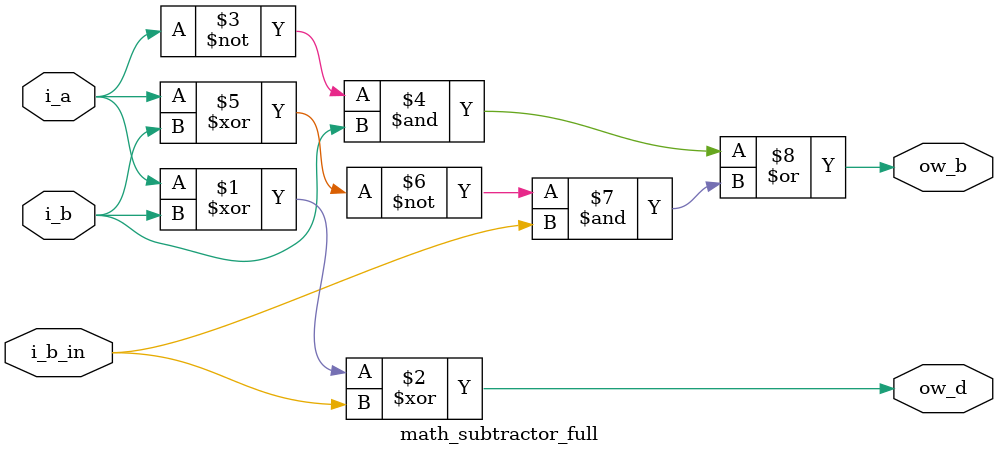
<source format=sv>
`timescale 1ns / 1ps

module math_subtractor_full(input i_a, i_b, i_b_in, output ow_d, ow_b);

    assign ow_d = i_a ^ i_b ^ i_b_in;
    assign ow_b = (~i_a & i_b) | (~(i_a ^ i_b) & i_b_in);

endmodule : math_subtractor_full
</source>
